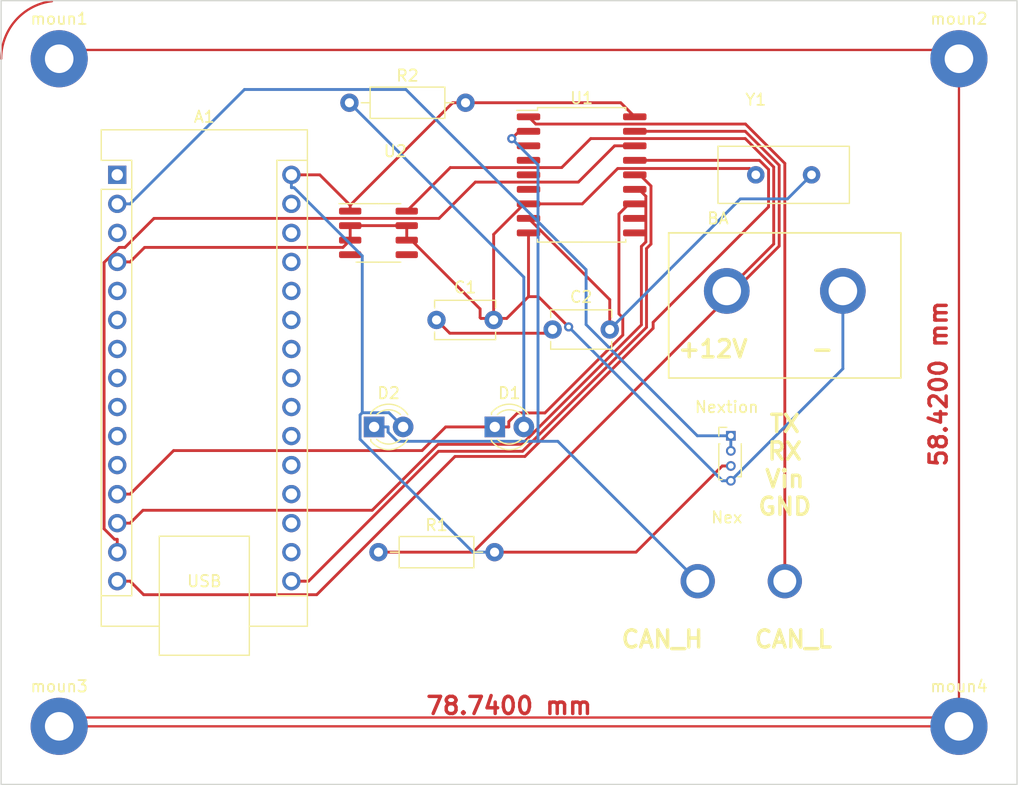
<source format=kicad_pcb>
(kicad_pcb (version 20211014) (generator pcbnew)
  (layers (0 "F.Cu" signal) (31 "B.Cu" signal) (34 "B.Paste" user) (35 "F.Paste" user) (36 "B.SilkS" user "B.Silkscreen") (37 "F.SilkS" user "F.Silkscreen") (38 "B.Mask" user) (39 "F.Mask" user) (44 "Edge.Cuts" user))
  (net 0 "")
  (net 1 "Nex RX")
  (net 2 "Nex TX")
  (net 4 "Vss")
  (net 12 "Net-(A1-Pad12)")
  (net 13 "Net-(A1-Pad13)")
  (net 14 "Net-(A1-Pad14)")
  (net 15 "Net-(A1-Pad15)")
  (net 16 "Net-(A1-Pad16)")
  (net 30 "Vdd")
  (net 31 "Earth")
  (net 32 "Net-(C1-Pad2)")
  (net 33 "Net-(D1-Pad2)")
  (net 34 "Can High")
  (net 35 "Net-(R1-Pad1)")
  (net 36 "Can Low")
  (net 45 "Vin")
  (net 46 "Net-(C2-Pad2)")
  (footprint "MountingHole:MountingHole_2.5mm_Pad" (layer "F.Cu") (at 17.78 17.78)
    (fp_text reference "moun1" (at 0 -3.5) (layer "F.SilkS"))
    (fp_text value "MountingHole_2.5mm_Pad")
    (pad "1" thru_hole circle (at 0 0) (size 5 5) (drill 2.5) (layers *.Cu *.Mask))
  )
  (footprint "Connector:Power Connctor" (layer "F.Cu") (at 76.2 33.02)
    (fp_text reference "BA" (at -0.77 -1.27 unlocked) (layer "F.SilkS"))
    (fp_text value "Power Connctor")
    (pad "1" thru_hole circle (at 0 5.08) (size 4 4) (drill 2.5) (layers *.Cu *.Mask) (net 45 "Vin"))
    (pad "2" thru_hole circle (at 10.16 5.08) (size 4 4) (drill 2.5) (layers *.Cu *.Mask) (net 4 "Vss"))
  )
  (footprint "Capacitor_THT:C_Disc_D5.1mm_W3.2mm_P5.00mm" (layer "F.Cu") (at 50.8 40.64)
    (fp_text reference "C1" (at 2.5 -2.85) (layer "F.SilkS"))
    (fp_text value "CAP")
    (fp_line (start -0.17 1.055) (end -0.17 1.721) (layer "F.SilkS") (width 0.12))
    (fp_line (start -0.17 -1.721) (end -0.17 -1.055) (layer "F.SilkS") (width 0.12))
    (fp_line (start 5.17 -1.721) (end 5.17 -1.055) (layer "F.SilkS") (width 0.12))
    (fp_line (start -0.17 -1.721) (end 5.17 -1.721) (layer "F.SilkS") (width 0.12))
    (fp_line (start -0.17 1.721) (end 5.17 1.721) (layer "F.SilkS") (width 0.12))
    (fp_line (start 5.17 1.055) (end 5.17 1.721) (layer "F.SilkS") (width 0.12))
    (pad "1" thru_hole circle (at 0 0) (size 1.6 1.6) (drill 0.8) (layers *.Cu *.Mask) (net 31 "Earth"))
    (pad "2" thru_hole circle (at 5 0) (size 1.6 1.6) (drill 0.8) (layers *.Cu *.Mask) (net 32 "Net-(C1-Pad2)"))
  )
  (footprint "MountingHole:MountingHole_2.5mm_Pad" (layer "F.Cu") (at 17.78 76.2)
    (fp_text reference "moun3" (at 0 -3.5) (layer "F.SilkS"))
    (fp_text value "MountingHole_2.5mm_Pad")
    (pad "1" thru_hole circle (at 0 0) (size 5 5) (drill 2.5) (layers *.Cu *.Mask))
  )
  (footprint "Connector:Can Connector Maybe" (layer "F.Cu") (at 76.2 58.42)
    (fp_text reference "Nex" (at 0 -0.5 unlocked) (layer "F.SilkS"))
    (fp_text value "Can Connector Maybe")
    (pad "1" thru_hole circle (at -2.54 5.08) (size 3 3) (drill 2) (layers *.Cu *.Mask) (net 34 "Can High"))
    (pad "2" thru_hole circle (at 5.08 5.08) (size 3 3) (drill 2) (layers *.Cu *.Mask) (net 36 "Can Low"))
  )
  (footprint "Module:Arduino_Nano" (layer "F.Cu") (at 22.86 27.94)
    (fp_text reference "A1" (at 7.62 -5.08) (layer "F.SilkS"))
    (fp_text value "Arduino_Nano_v3.x")
    (fp_text user "USB" (at 7.62 35.56 unlocked) (layer "F.SilkS"))
    (fp_line (start 11.56 42.04) (end 3.68 42.04) (layer "F.SilkS") (width 0.12))
    (fp_line (start 1.27 -1.27) (end -1.4 -1.27) (layer "F.SilkS") (width 0.12))
    (fp_line (start 16.64 39.5) (end 16.64 -3.94) (layer "F.SilkS") (width 0.12))
    (fp_line (start 1.27 36.83) (end -1.4 36.83) (layer "F.SilkS") (width 0.12))
    (fp_line (start 3.68 42.04) (end 3.68 31.62) (layer "F.SilkS") (width 0.12))
    (fp_line (start 1.27 1.27) (end 1.27 -1.27) (layer "F.SilkS") (width 0.12))
    (fp_line (start 13.97 -1.27) (end 13.97 36.83) (layer "F.SilkS") (width 0.12))
    (fp_line (start 16.64 -3.94) (end -1.4 -3.94) (layer "F.SilkS") (width 0.12))
    (fp_line (start -1.4 39.5) (end 3.68 39.5) (layer "F.SilkS") (width 0.12))
    (fp_line (start 16.64 39.5) (end 11.56 39.5) (layer "F.SilkS") (width 0.12))
    (fp_line (start 1.27 1.27) (end 1.27 36.83) (layer "F.SilkS") (width 0.12))
    (fp_line (start 1.27 1.27) (end -1.4 1.27) (layer "F.SilkS") (width 0.12))
    (fp_line (start 13.97 36.83) (end 16.64 36.83) (layer "F.SilkS") (width 0.12))
    (fp_line (start 3.68 31.62) (end 11.56 31.62) (layer "F.SilkS") (width 0.12))
    (fp_line (start -1.4 1.27) (end -1.4 39.5) (layer "F.SilkS") (width 0.12))
    (fp_line (start 11.56 31.62) (end 11.56 42.04) (layer "F.SilkS") (width 0.12))
    (fp_line (start 13.97 -1.27) (end 16.64 -1.27) (layer "F.SilkS") (width 0.12))
    (fp_line (start -1.4 -3.94) (end -1.4 -1.27) (layer "F.SilkS") (width 0.12))
    (pad "1" thru_hole rect (at 0 0) (size 1.6 1.6) (drill 1) (layers *.Cu *.Mask) (net 2 "Nex TX"))
    (pad "2" thru_hole oval (at 0 2.54) (size 1.6 1.6) (drill 1) (layers *.Cu *.Mask) (net 1 "Nex RX"))
    (pad "3" thru_hole oval (at 0 5.08) (size 1.6 1.6) (drill 1) (layers *.Cu *.Mask))
    (pad "4" thru_hole oval (at 0 7.62) (size 1.6 1.6) (drill 1) (layers *.Cu *.Mask) (net 4 "Vss"))
    (pad "5" thru_hole oval (at 0 10.16) (size 1.6 1.6) (drill 1) (layers *.Cu *.Mask))
    (pad "6" thru_hole oval (at 0 12.7) (size 1.6 1.6) (drill 1) (layers *.Cu *.Mask))
    (pad "7" thru_hole oval (at 0 15.24) (size 1.6 1.6) (drill 1) (layers *.Cu *.Mask))
    (pad "8" thru_hole oval (at 0 17.78) (size 1.6 1.6) (drill 1) (layers *.Cu *.Mask))
    (pad "9" thru_hole oval (at 0 20.32) (size 1.6 1.6) (drill 1) (layers *.Cu *.Mask))
    (pad "10" thru_hole oval (at 0 22.86) (size 1.6 1.6) (drill 1) (layers *.Cu *.Mask))
    (pad "11" thru_hole oval (at 0 25.4) (size 1.6 1.6) (drill 1) (layers *.Cu *.Mask))
    (pad "12" thru_hole oval (at 0 27.94) (size 1.6 1.6) (drill 1) (layers *.Cu *.Mask) (net 12 "Net-(A1-Pad12)"))
    (pad "13" thru_hole oval (at 0 30.48) (size 1.6 1.6) (drill 1) (layers *.Cu *.Mask) (net 13 "Net-(A1-Pad13)"))
    (pad "14" thru_hole oval (at 0 33.02) (size 1.6 1.6) (drill 1) (layers *.Cu *.Mask) (net 14 "Net-(A1-Pad14)"))
    (pad "15" thru_hole oval (at 0 35.56) (size 1.6 1.6) (drill 1) (layers *.Cu *.Mask) (net 15 "Net-(A1-Pad15)"))
    (pad "16" thru_hole oval (at 15.24 35.56) (size 1.6 1.6) (drill 1) (layers *.Cu *.Mask) (net 16 "Net-(A1-Pad16)"))
    (pad "17" thru_hole oval (at 15.24 33.02) (size 1.6 1.6) (drill 1) (layers *.Cu *.Mask))
    (pad "18" thru_hole oval (at 15.24 30.48) (size 1.6 1.6) (drill 1) (layers *.Cu *.Mask))
    (pad "19" thru_hole oval (at 15.24 27.94) (size 1.6 1.6) (drill 1) (layers *.Cu *.Mask))
    (pad "20" thru_hole oval (at 15.24 25.4) (size 1.6 1.6) (drill 1) (layers *.Cu *.Mask))
    (pad "21" thru_hole oval (at 15.24 22.86) (size 1.6 1.6) (drill 1) (layers *.Cu *.Mask))
    (pad "22" thru_hole oval (at 15.24 20.32) (size 1.6 1.6) (drill 1) (layers *.Cu *.Mask))
    (pad "23" thru_hole oval (at 15.24 17.78) (size 1.6 1.6) (drill 1) (layers *.Cu *.Mask))
    (pad "24" thru_hole oval (at 15.24 15.24) (size 1.6 1.6) (drill 1) (layers *.Cu *.Mask))
    (pad "25" thru_hole oval (at 15.24 12.7) (size 1.6 1.6) (drill 1) (layers *.Cu *.Mask))
    (pad "26" thru_hole oval (at 15.24 10.16) (size 1.6 1.6) (drill 1) (layers *.Cu *.Mask))
    (pad "27" thru_hole oval (at 15.24 7.62) (size 1.6 1.6) (drill 1) (layers *.Cu *.Mask))
    (pad "28" thru_hole oval (at 15.24 5.08) (size 1.6 1.6) (drill 1) (layers *.Cu *.Mask))
    (pad "29" thru_hole oval (at 15.24 2.54) (size 1.6 1.6) (drill 1) (layers *.Cu *.Mask))
    (pad "30" thru_hole oval (at 15.24 0) (size 1.6 1.6) (drill 1) (layers *.Cu *.Mask) (net 30 "Vdd"))
  )
  (footprint "LED_THT:LED_D3.0mm" (layer "F.Cu") (at 55.9 50)
    (fp_text reference "D1" (at 1.27 -2.96) (layer "F.SilkS"))
    (fp_text value "INT Activity")
    (fp_line (start -0.29 -1.236) (end -0.29 -1.08) (layer "F.SilkS") (width 0.12))
    (fp_line (start -0.29 1.08) (end -0.29 1.236) (layer "F.SilkS") (width 0.12))
    (fp_arc (start 0.229039 -1.08) (mid 1.270117 -1.5) (end 2.31113 -1.079837) (layer "F.SilkS") (width 0.12))
    (fp_arc (start 2.942335 1.078608) (mid 1.366487 1.987659) (end -0.29 1.235516) (layer "F.SilkS") (width 0.12))
    (fp_arc (start -0.29 -1.235516) (mid 1.366487 -1.987659) (end 2.942335 -1.078608) (layer "F.SilkS") (width 0.12))
    (fp_arc (start 2.31113 1.079837) (mid 1.270117 1.5) (end 0.229039 1.08) (layer "F.SilkS") (width 0.12))
    (pad "1" thru_hole rect (at 0 0) (size 1.8 1.8) (drill 0.9) (layers *.Cu *.Mask) (net 12 "Net-(A1-Pad12)"))
    (pad "2" thru_hole circle (at 2.54 0) (size 1.8 1.8) (drill 0.9) (layers *.Cu *.Mask) (net 33 "Net-(D1-Pad2)"))
  )
  (footprint "Connector_PinHeader_1.00mm:PinHeader_1x04_P1.00mm_Vertical" (layer "F.Cu") (at 76.2 50.8)
    (fp_text reference "Nextion" (at 0 -2.54) (layer "F.SilkS"))
    (fp_text value "PinHeader_1x04_P200mm_Vertical")
    (fp_line (start 1.27 0.685) (end 1.27 3.56) (layer "F.SilkS") (width 0.12))
    (fp_line (start -0.695 0.685) (end -0.695 3.81) (layer "F.SilkS") (width 0.12))
    (fp_line (start -0.695 0) (end -0.695 -0.685) (layer "F.SilkS") (width 0.12))
    (fp_line (start -0.695 -0.762) (end 0 -0.762) (layer "F.SilkS") (width 0.12))
    (fp_line (start 1.27 0.685) (end 1.27 0.685) (layer "F.SilkS") (width 0.12))
    (fp_line (start 0.969493 3.56) (end 1.27 3.56) (layer "F.SilkS") (width 0.12))
    (fp_line (start -0.695 3.81) (end -0.394493 3.81) (layer "F.SilkS") (width 0.12))
    (fp_line (start -0.695 0.685) (end -0.608276 0.685) (layer "F.SilkS") (width 0.12))
    (pad "2" thru_hole oval (at 0.3556 1.2954) (size 0.85 0.85) (drill 0.5) (layers *.Cu *.Mask) (net 1 "Nex RX"))
    (pad "2" thru_hole rect (at 0.3556 -0.0254) (size 0.85 0.85) (drill 0.5) (layers *.Cu *.Mask) (net 1 "Nex RX"))
    (pad "3" thru_hole oval (at 0.3556 2.6162) (size 0.85 0.85) (drill 0.5) (layers *.Cu *.Mask) (net 30 "Vdd"))
    (pad "4" thru_hole oval (at 0.3556 3.9116) (size 0.85 0.85) (drill 0.5) (layers *.Cu *.Mask) (net 4 "Vss"))
  )
  (footprint "Oscillator:9B-16M" (layer "F.Cu") (at 78.74 27.94)
    (fp_text reference "Y1" (at 0 -6.58 unlocked) (layer "F.SilkS"))
    (fp_text value "16MHz")
    (fp_rect (start -3.31 -2.5) (end 8.19 2.5) (layer "F.SilkS") (width 0.12) (fill none))
    (pad "1" thru_hole circle (at 0 0) (size 1.524 1.524) (drill 0.762) (layers *.Cu *.Mask) (net 32 "Net-(C1-Pad2)"))
    (pad "2" thru_hole circle (at 4.88 0) (size 1.524 1.524) (drill 0.762) (layers *.Cu *.Mask) (net 46 "Net-(C2-Pad2)"))
  )
  (footprint "MountingHole:MountingHole_2.5mm_Pad" (layer "F.Cu") (at 96.52 76.2)
    (fp_text reference "moun4" (at 0 -3.5) (layer "F.SilkS"))
    (fp_text value "MountingHole_2.5mm_Pad")
    (pad "1" thru_hole circle (at 0 0) (size 5 5) (drill 2.5) (layers *.Cu *.Mask))
  )
  (footprint "MountingHole:MountingHole_2.5mm_Pad" (layer "F.Cu") (at 96.52 17.78)
    (fp_text reference "moun2" (at 0 -3.5) (layer "F.SilkS"))
    (fp_text value "MountingHole_2.5mm_Pad")
    (pad "1" thru_hole circle (at 0 0) (size 5 5) (drill 2.5) (layers *.Cu *.Mask))
  )
  (footprint "Package_SO:SOIC-8_3.9x4.9mm_P1.27mm" (layer "F.Cu") (at 45.72 33.02)
    (fp_text reference "U2" (at 1.47 -7.15) (layer "F.SilkS"))
    (fp_text value "LM78L05_SO8")
    (fp_line (start 0 2.56) (end 1.95 2.56) (layer "F.SilkS") (width 0.12))
    (fp_line (start 0 -2.56) (end 1.95 -2.56) (layer "F.SilkS") (width 0.12))
    (fp_line (start 0 -2.56) (end -3.45 -2.56) (layer "F.SilkS") (width 0.12))
    (fp_line (start 0 2.56) (end -1.95 2.56) (layer "F.SilkS") (width 0.12))
    (pad "1" smd roundrect (at -2.475 -1.905) (size 1.95 0.6) (layers "F.Cu" "F.Paste" "F.Mask") (net 30 "Vdd"))
    (pad "2" smd roundrect (at -2.475 -0.635) (size 1.95 0.6) (layers "F.Cu" "F.Paste" "F.Mask") (net 4 "Vss"))
    (pad "3" smd roundrect (at -2.475 0.635) (size 1.95 0.6) (layers "F.Cu" "F.Paste" "F.Mask") (net 4 "Vss"))
    (pad "4" smd roundrect (at -2.475 1.905) (size 1.95 0.6) (layers "F.Cu" "F.Paste" "F.Mask"))
    (pad "5" smd roundrect (at 2.475 1.905) (size 1.95 0.6) (layers "F.Cu" "F.Paste" "F.Mask"))
    (pad "6" smd roundrect (at 2.475 0.635) (size 1.95 0.6) (layers "F.Cu" "F.Paste" "F.Mask") (net 4 "Vss"))
    (pad "7" smd roundrect (at 2.475 -0.635) (size 1.95 0.6) (layers "F.Cu" "F.Paste" "F.Mask") (net 4 "Vss"))
    (pad "8" smd roundrect (at 2.475 -1.905) (size 1.95 0.6) (layers "F.Cu" "F.Paste" "F.Mask") (net 45 "Vin"))
  )
  (footprint "Package_SO:SOIC-18W_7.5x11.6mm_P1.27mm" (layer "F.Cu") (at 63.5 27.94)
    (fp_text reference "U1" (at 0 -6.72) (layer "F.SilkS"))
    (fp_text value "MCP2515-xSO")
    (fp_line (start 0 -5.885) (end -3.86 -5.885) (layer "F.SilkS") (width 0.12))
    (fp_line (start 0 -5.885) (end 3.86 -5.885) (layer "F.SilkS") (width 0.12))
    (fp_line (start 3.86 5.885) (end 3.86 5.64) (layer "F.SilkS") (width 0.12))
    (fp_line (start 0 5.885) (end -3.86 5.885) (layer "F.SilkS") (width 0.12))
    (fp_line (start -3.86 5.885) (end -3.86 5.64) (layer "F.SilkS") (width 0.12))
    (fp_line (start 3.86 -5.885) (end 3.86 -5.64) (layer "F.SilkS") (width 0.12))
    (fp_line (start 0 5.885) (end 3.86 5.885) (layer "F.SilkS") (width 0.12))
    (fp_line (start -3.86 -5.64) (end -5.675 -5.64) (layer "F.SilkS") (width 0.12))
    (fp_line (start -3.86 -5.885) (end -3.86 -5.64) (layer "F.SilkS") (width 0.12))
    (pad "1" smd roundrect (at -4.65 -5.08) (size 2.05 0.6) (layers "F.Cu" "F.Paste" "F.Mask") (net 36 "Can Low"))
    (pad "2" smd roundrect (at -4.65 -3.81) (size 2.05 0.6) (layers "F.Cu" "F.Paste" "F.Mask") (net 34 "Can High"))
    (pad "3" smd roundrect (at -4.65 -2.54) (size 2.05 0.6) (layers "F.Cu" "F.Paste" "F.Mask"))
    (pad "4" smd roundrect (at -4.65 -1.27) (size 2.05 0.6) (layers "F.Cu" "F.Paste" "F.Mask"))
    (pad "5" smd roundrect (at -4.65 0) (size 2.05 0.6) (layers "F.Cu" "F.Paste" "F.Mask"))
    (pad "6" smd roundrect (at -4.65 1.27) (size 2.05 0.6) (layers "F.Cu" "F.Paste" "F.Mask"))
    (pad "7" smd roundrect (at -4.65 2.54) (size 2.05 0.6) (layers "F.Cu" "F.Paste" "F.Mask") (net 32 "Net-(C1-Pad2)"))
    (pad "8" smd roundrect (at -4.65 3.81) (size 2.05 0.6) (layers "F.Cu" "F.Paste" "F.Mask") (net 46 "Net-(C2-Pad2)"))
    (pad "9" smd roundrect (at -4.65 5.08) (size 2.05 0.6) (layers "F.Cu" "F.Paste" "F.Mask") (net 4 "Vss"))
    (pad "10" smd roundrect (at 4.65 5.08) (size 2.05 0.6) (layers "F.Cu" "F.Paste" "F.Mask"))
    (pad "11" smd roundrect (at 4.65 3.81) (size 2.05 0.6) (layers "F.Cu" "F.Paste" "F.Mask"))
    (pad "12" smd roundrect (at 4.65 2.54) (size 2.05 0.6) (layers "F.Cu" "F.Paste" "F.Mask") (net 12 "Net-(A1-Pad12)"))
    (pad "13" smd roundrect (at 4.65 1.27) (size 2.05 0.6) (layers "F.Cu" "F.Paste" "F.Mask") (net 13 "Net-(A1-Pad13)"))
    (pad "14" smd roundrect (at 4.65 0) (size 2.05 0.6) (layers "F.Cu" "F.Paste" "F.Mask") (net 16 "Net-(A1-Pad16)"))
    (pad "15" smd roundrect (at 4.65 -1.27) (size 2.05 0.6) (layers "F.Cu" "F.Paste" "F.Mask") (net 15 "Net-(A1-Pad15)"))
    (pad "16" smd roundrect (at 4.65 -2.54) (size 2.05 0.6) (layers "F.Cu" "F.Paste" "F.Mask") (net 14 "Net-(A1-Pad14)"))
    (pad "17" smd roundrect (at 4.65 -3.81) (size 2.05 0.6) (layers "F.Cu" "F.Paste" "F.Mask") (net 35 "Net-(R1-Pad1)"))
    (pad "18" smd roundrect (at 4.65 -5.08) (size 2.05 0.6) (layers "F.Cu" "F.Paste" "F.Mask") (net 30 "Vdd"))
  )
  (footprint "Capacitor_THT:C_Disc_D5.1mm_W3.2mm_P5.00mm" (layer "F.Cu") (at 60.96 41.475)
    (fp_text reference "C2" (at 2.5 -2.85) (layer "F.SilkS"))
    (fp_text value "CAP")
    (fp_line (start -0.17 1.721) (end 5.17 1.721) (layer "F.SilkS") (width 0.12))
    (fp_line (start 5.17 1.055) (end 5.17 1.721) (layer "F.SilkS") (width 0.12))
    (fp_line (start -0.17 1.055) (end -0.17 1.721) (layer "F.SilkS") (width 0.12))
    (fp_line (start -0.17 -1.721) (end 5.17 -1.721) (layer "F.SilkS") (width 0.12))
    (fp_line (start 5.17 -1.721) (end 5.17 -1.055) (layer "F.SilkS") (width 0.12))
    (fp_line (start -0.17 -1.721) (end -0.17 -1.055) (layer "F.SilkS") (width 0.12))
    (pad "1" thru_hole circle (at 0 0) (size 1.6 1.6) (drill 0.8) (layers *.Cu *.Mask) (net 31 "Earth"))
    (pad "2" thru_hole circle (at 5 0) (size 1.6 1.6) (drill 0.8) (layers *.Cu *.Mask) (net 46 "Net-(C2-Pad2)"))
  )
  (footprint "Resistor_THT:R_Axial_DIN0207_L6.3mm_D2.5mm_P10.16mm_Horizontal" (layer "F.Cu") (at 43.18 21.63)
    (fp_text reference "R2" (at 5.08 -2.37) (layer "F.SilkS"))
    (fp_text value "220")
    (fp_line (start 1.04 0) (end 1.81 0) (layer "F.SilkS") (width 0.12))
    (fp_line (start 9.12 0) (end 8.35 0) (layer "F.SilkS") (width 0.12))
    (fp_line (start 1.81 -1.37) (end 1.81 1.37) (layer "F.SilkS") (width 0.12))
    (fp_line (start 1.81 1.37) (end 8.35 1.37) (layer "F.SilkS") (width 0.12))
    (fp_line (start 8.35 1.37) (end 8.35 -1.37) (layer "F.SilkS") (width 0.12))
    (fp_line (start 8.35 -1.37) (end 1.81 -1.37) (layer "F.SilkS") (width 0.12))
    (pad "1" thru_hole circle (at 0 0) (size 1.6 1.6) (drill 0.8) (layers *.Cu *.Mask) (net 33 "Net-(D1-Pad2)"))
    (pad "2" thru_hole oval (at 10.16 0) (size 1.6 1.6) (drill 0.8) (layers *.Cu *.Mask) (net 30 "Vdd"))
  )
  (footprint "Resistor_THT:R_Axial_DIN0207_L6.3mm_D2.5mm_P10.16mm_Horizontal" (layer "F.Cu") (at 45.72 60.96)
    (fp_text reference "R1" (at 5.08 -2.37) (layer "F.SilkS"))
    (fp_text value "10k")
    (fp_line (start 1.81 1.37) (end 8.35 1.37) (layer "F.SilkS") (width 0.12))
    (fp_line (start 8.35 1.37) (end 8.35 -1.37) (layer "F.SilkS") (width 0.12))
    (fp_line (start 1.81 -1.37) (end 1.81 1.37) (layer "F.SilkS") (width 0.12))
    (fp_line (start 9.12 0) (end 8.35 0) (layer "F.SilkS") (width 0.12))
    (fp_line (start 1.04 0) (end 1.81 0) (layer "F.SilkS") (width 0.12))
    (fp_line (start 8.35 -1.37) (end 1.81 -1.37) (layer "F.SilkS") (width 0.12))
    (pad "1" thru_hole circle (at 0 0) (size 1.6 1.6) (drill 0.8) (layers *.Cu *.Mask) (net 35 "Net-(R1-Pad1)"))
    (pad "2" thru_hole oval (at 10.16 0) (size 1.6 1.6) (drill 0.8) (layers *.Cu *.Mask) (net 30 "Vdd"))
  )
  (footprint "LED_THT:LED_D3.0mm" (layer "F.Cu") (at 45.3379 50)
    (fp_text reference "D2" (at 1.27 -2.96) (layer "F.SilkS"))
    (fp_text value "CAN Activity")
    (fp_line (start -0.29 1.08) (end -0.29 1.236) (layer "F.SilkS") (width 0.12))
    (fp_line (start -0.29 -1.236) (end -0.29 -1.08) (layer "F.SilkS") (width 0.12))
    (fp_arc (start 0.229039 -1.08) (mid 1.270117 -1.5) (end 2.31113 -1.079837) (layer "F.SilkS") (width 0.12))
    (fp_arc (start 2.31113 1.079837) (mid 1.270117 1.5) (end 0.229039 1.08) (layer "F.SilkS") (width 0.12))
    (fp_arc (start 2.942335 1.078608) (mid 1.366487 1.987659) (end -0.29 1.235516) (layer "F.SilkS") (width 0.12))
    (fp_arc (start -0.29 -1.235516) (mid 1.366487 -1.987659) (end 2.942335 -1.078608) (layer "F.SilkS") (width 0.12))
    (pad "1" thru_hole rect (at 0 0) (size 1.8 1.8) (drill 0.9) (layers *.Cu *.Mask) (net 34 "Can High"))
    (pad "2" thru_hole circle (at 2.54 0) (size 1.8 1.8) (drill 0.9) (layers *.Cu *.Mask) (net 30 "Vdd"))
  )
  (gr_arc (start 12.7 17.78) (mid 13.971635 14.418043) (end 17.149904 12.739228) (layer "F.Cu") (width 0.2))
  (gr_rect (start 91.44 45.72) (end 71.12 33.02) (layer "F.SilkS") (width 0.15) (fill none))
  (gr_line (start 12.7 81.28) (end 101.6 81.28) (layer "Edge.Cuts") (width 0.1))
  (gr_line (start 101.6 12.7) (end 12.7 12.7) (layer "Edge.Cuts") (width 0.1))
  (gr_line (start 101.6 81.28) (end 101.6 12.7) (layer "Edge.Cuts") (width 0.1))
  (gr_line (start 12.7 12.7) (end 12.7 81.28) (layer "Edge.Cuts") (width 0.1))
  (gr_text "TX\nRX\nVin\nGND" (at 81.28 53.34) (layer "F.SilkS") (effects (font (size 1.5 1.5) (thickness 0.3))))
  (gr_text "+12V	-" (at 78.74 43.18) (layer "F.SilkS") (effects (font (size 1.5 1.5) (thickness 0.3))))
  (gr_text "CAN_H	CAN_L\n" (at 76.2 68.58) (layer "F.SilkS") (effects (font (size 1.5 1.5) (thickness 0.3))))
  (dimension (type aligned) (layer "F.Cu") (pts (xy 96.52 76.2) (xy 17.78 76.2)) (height 0) (gr_text "78.7400 mm" (at 57.15 74.4) (layer "F.Cu") (effects (font (size 1.5 1.5) (thickness 0.3)))) (format (units 3) (units_format 1) (precision 4)) (style (thickness 0.2) (arrow_length 1.27) (text_position_mode 0) (extension_height 0.58642) (extension_offset 0.5) keep_text_aligned))
  (dimension (type aligned) (layer "F.Cu") (pts (xy 17.78 17.01) (xy 17.78 75.43)) (height -78.74) (gr_text "58.4200 mm" (at 94.72 46.22 90) (layer "F.Cu") (effects (font (size 1.5 1.5) (thickness 0.3)))) (format (units 3) (units_format 1) (precision 4)) (style (thickness 0.2) (arrow_length 1.27) (text_position_mode 0) (extension_height 0.58642) (extension_offset 0.5) keep_text_aligned))
  (segment (start 73.6226 50.7746) (end 63.8899 41.0419) (width 0.25) (layer "B.Cu") (net 1))
  (segment (start 76.5556 50.7746) (end 73.6226 50.7746) (width 0.25) (layer "B.Cu") (net 1))
  (segment (start 63.8899 36.2411) (end 48.1193 20.4705) (width 0.25) (layer "B.Cu") (net 1))
  (segment (start 76.5556 52.0954) (end 76.5556 50.7746) (width 0.25) (layer "B.Cu") (net 1))
  (segment (start 63.8899 41.0419) (end 63.8899 36.2411) (width 0.25) (layer "B.Cu") (net 1))
  (segment (start 22.86 30.48) (end 23.9851 30.48) (width 0.25) (layer "B.Cu") (net 1))
  (segment (start 33.9946 20.4705) (end 23.9851 30.48) (width 0.25) (layer "B.Cu") (net 1))
  (segment (start 48.1193 20.4705) (end 33.9946 20.4705) (width 0.25) (layer "B.Cu") (net 1))
  (segment (start 54.6149 40.4313) (end 54.6149 39.6746) (width 0.25) (layer "F.Cu") (net 4))
  (segment (start 59.713 38.5988) (end 62.361 41.2468) (width 0.25) (layer "F.Cu") (net 4))
  (segment (start 58.85 33.02) (end 58.85 38.5988) (width 0.25) (layer "F.Cu") (net 4))
  (segment (start 42.61 34.29) (end 43.245 33.655) (width 0.25) (layer "F.Cu") (net 4))
  (segment (start 22.86 35.56) (end 23.9851 35.56) (width 0.25) (layer "F.Cu") (net 4))
  (segment (start 43.245 33.655) (end 43.245 32.385) (width 0.25) (layer "F.Cu") (net 4))
  (segment (start 58.85 38.5988) (end 59.713 38.5988) (width 0.25) (layer "F.Cu") (net 4))
  (segment (start 43.245 32.385) (end 48.195 32.385) (width 0.25) (layer "F.Cu") (net 4))
  (segment (start 23.9851 35.56) (end 25.2551 34.29) (width 0.25) (layer "F.Cu") (net 4))
  (segment (start 56.9444 40.5044) (end 54.688 40.5044) (width 0.25) (layer "F.Cu") (net 4))
  (segment (start 48.5953 33.655) (end 48.195 33.655) (width 0.25) (layer "F.Cu") (net 4))
  (segment (start 48.195 32.385) (end 48.195 33.655) (width 0.25) (layer "F.Cu") (net 4))
  (segment (start 25.2551 34.29) (end 42.61 34.29) (width 0.25) (layer "F.Cu") (net 4))
  (segment (start 54.6149 39.6746) (end 48.5953 33.655) (width 0.25) (layer "F.Cu") (net 4))
  (segment (start 58.85 38.5988) (end 56.9444 40.5044) (width 0.25) (layer "F.Cu") (net 4))
  (segment (start 54.688 40.5044) (end 54.6149 40.4313) (width 0.25) (layer "F.Cu") (net 4))
  (via (at 62.361 41.2468) (size 0.8) (drill 0.4) (layers "F.Cu" "B.Cu") (net 4))
  (segment (start 75.8055 54.6913) (end 75.8055 54.7116) (width 0.25) (layer "B.Cu") (net 4))
  (segment (start 86.36 44.9072) (end 76.5556 54.7116) (width 0.25) (layer "B.Cu") (net 4))
  (segment (start 86.36 38.1) (end 86.36 44.9072) (width 0.25) (layer "B.Cu") (net 4))
  (segment (start 76.5556 54.7116) (end 75.8055 54.7116) (width 0.25) (layer "B.Cu") (net 4))
  (segment (start 62.361 41.2468) (end 75.8055 54.6913) (width 0.25) (layer "B.Cu") (net 4))
  (segment (start 55.9 50) (end 51.6025 50) (width 0.25) (layer "F.Cu") (net 12))
  (segment (start 57.1251 49.5405) (end 57.1251 50) (width 0.25) (layer "F.Cu") (net 12))
  (segment (start 68.15 30.48) (end 67.6434 30.48) (width 0.25) (layer "F.Cu") (net 12))
  (segment (start 57.8907 48.7749) (end 57.1251 49.5405) (width 0.25) (layer "F.Cu") (net 12))
  (segment (start 66.7643 31.3591) (end 66.7643 40.1092) (width 0.25) (layer "F.Cu") (net 12))
  (segment (start 67.1007 40.4456) (end 67.1007 41.9608) (width 0.25) (layer "F.Cu") (net 12))
  (segment (start 51.6025 50) (end 49.5325 52.07) (width 0.25) (layer "F.Cu") (net 12))
  (segment (start 67.1007 41.9608) (end 60.2866 48.7749) (width 0.25) (layer "F.Cu") (net 12))
  (segment (start 27.7951 52.07) (end 23.9851 55.88) (width 0.25) (layer "F.Cu") (net 12))
  (segment (start 55.9 50) (end 57.1251 50) (width 0.25) (layer "F.Cu") (net 12))
  (segment (start 66.7643 40.1092) (end 67.1007 40.4456) (width 0.25) (layer "F.Cu") (net 12))
  (segment (start 67.6434 30.48) (end 66.7643 31.3591) (width 0.25) (layer "F.Cu") (net 12))
  (segment (start 60.2866 48.7749) (end 57.8907 48.7749) (width 0.25) (layer "F.Cu") (net 12))
  (segment (start 22.86 55.88) (end 23.9851 55.88) (width 0.25) (layer "F.Cu") (net 12))
  (segment (start 49.5325 52.07) (end 27.7951 52.07) (width 0.25) (layer "F.Cu") (net 12))
  (segment (start 69.1179 29.8088) (end 68.5191 29.21) (width 0.25) (layer "F.Cu") (net 13))
  (segment (start 50.9396 51.5243) (end 58.2749 51.5243) (width 0.25) (layer "F.Cu") (net 13))
  (segment (start 68.7277 41.0715) (end 68.7277 34.2011) (width 0.25) (layer "F.Cu") (net 13))
  (segment (start 68.7277 34.2011) (end 69.1179 33.8109) (width 0.25) (layer "F.Cu") (net 13))
  (segment (start 68.5191 29.21) (end 68.15 29.21) (width 0.25) (layer "F.Cu") (net 13))
  (segment (start 45.169 57.2949) (end 50.9396 51.5243) (width 0.25) (layer "F.Cu") (net 13))
  (segment (start 25.1102 57.2949) (end 45.169 57.2949) (width 0.25) (layer "F.Cu") (net 13))
  (segment (start 58.2749 51.5243) (end 68.7277 41.0715) (width 0.25) (layer "F.Cu") (net 13))
  (segment (start 23.9851 58.42) (end 25.1102 57.2949) (width 0.25) (layer "F.Cu") (net 13))
  (segment (start 22.86 58.42) (end 23.9851 58.42) (width 0.25) (layer "F.Cu") (net 13))
  (segment (start 69.1179 33.8109) (end 69.1179 29.8088) (width 0.25) (layer "F.Cu") (net 13))
  (segment (start 21.7105 58.9186) (end 21.7105 35.6081) (width 0.25) (layer "F.Cu") (net 14))
  (segment (start 22.86 59.8349) (end 22.6268 59.8349) (width 0.25) (layer "F.Cu") (net 14))
  (segment (start 51.0211 31.75) (end 54.1961 28.575) (width 0.25) (layer "F.Cu") (net 14))
  (segment (start 63.2091 28.575) (end 66.3841 25.4) (width 0.25) (layer "F.Cu") (net 14))
  (segment (start 66.3841 25.4) (end 68.15 25.4) (width 0.25) (layer "F.Cu") (net 14))
  (segment (start 21.7105 35.6081) (end 23.0286 34.29) (width 0.25) (layer "F.Cu") (net 14))
  (segment (start 23.0286 34.29) (end 23.535 34.29) (width 0.25) (layer "F.Cu") (net 14))
  (segment (start 54.1961 28.575) (end 63.2091 28.575) (width 0.25) (layer "F.Cu") (net 14))
  (segment (start 22.6268 59.8349) (end 21.7105 58.9186) (width 0.25) (layer "F.Cu") (net 14))
  (segment (start 22.86 60.96) (end 22.86 59.8349) (width 0.25) (layer "F.Cu") (net 14))
  (segment (start 23.535 34.29) (end 26.075 31.75) (width 0.25) (layer "F.Cu") (net 14))
  (segment (start 26.075 31.75) (end 51.0211 31.75) (width 0.25) (layer "F.Cu") (net 14))
  (segment (start 22.86 63.5) (end 23.9851 63.5) (width 0.25) (layer "F.Cu") (net 15))
  (segment (start 52.4163 52.5838) (end 40.3188 64.6813) (width 0.25) (layer "F.Cu") (net 15))
  (segment (start 25.1664 64.6813) (end 23.9851 63.5) (width 0.25) (layer "F.Cu") (net 15))
  (segment (start 79.0609 26.67) (end 79.8575 27.4666) (width 0.25) (layer "F.Cu") (net 15))
  (segment (start 69.7574 40.8432) (end 69.7574 41.3624) (width 0.25) (layer "F.Cu") (net 15))
  (segment (start 79.8575 27.4666) (end 79.8575 30.7431) (width 0.25) (layer "F.Cu") (net 15))
  (segment (start 79.8575 30.7431) (end 69.7574 40.8432) (width 0.25) (layer "F.Cu") (net 15))
  (segment (start 58.536 52.5838) (end 52.4163 52.5838) (width 0.25) (layer "F.Cu") (net 15))
  (segment (start 68.15 26.67) (end 79.0609 26.67) (width 0.25) (layer "F.Cu") (net 15))
  (segment (start 69.7574 41.3624) (end 58.536 52.5838) (width 0.25) (layer "F.Cu") (net 15))
  (segment (start 40.3188 64.6813) (end 25.1664 64.6813) (width 0.25) (layer "F.Cu") (net 15))
  (segment (start 39.2251 63.5) (end 39.6006 63.5) (width 0.25) (layer "F.Cu") (net 16))
  (segment (start 58.3222 52.1337) (end 69.1779 41.278) (width 0.25) (layer "F.Cu") (net 16))
  (segment (start 39.6006 63.5) (end 50.9669 52.1337) (width 0.25) (layer "F.Cu") (net 16))
  (segment (start 38.1 63.5) (end 39.2251 63.5) (width 0.25) (layer "F.Cu") (net 16))
  (segment (start 50.9669 52.1337) (end 58.3222 52.1337) (width 0.25) (layer "F.Cu") (net 16))
  (segment (start 69.1779 34.3876) (end 69.568 33.9975) (width 0.25) (layer "F.Cu") (net 16))
  (segment (start 69.568 33.9975) (end 69.568 28.9156) (width 0.25) (layer "F.Cu") (net 16))
  (segment (start 68.5924 27.94) (end 68.15 27.94) (width 0.25) (layer "F.Cu") (net 16))
  (segment (start 69.568 28.9156) (end 68.5924 27.94) (width 0.25) (layer "F.Cu") (net 16))
  (segment (start 69.1779 41.278) (end 69.1779 34.3876) (width 0.25) (layer "F.Cu") (net 16))
  (segment (start 43.245 30.5999) (end 43.245 31.115) (width 0.25) (layer "F.Cu") (net 30))
  (segment (start 76.5556 53.4162) (end 75.8055 53.4162) (width 0.25) (layer "F.Cu") (net 30))
  (segment (start 38.1 27.94) (end 40.5851 27.94) (width 0.25) (layer "F.Cu") (net 30))
  (segment (start 68.2617 60.96) (end 75.8055 53.4162) (width 0.25) (layer "F.Cu") (net 30))
  (segment (start 55.88 60.96) (end 68.2617 60.96) (width 0.25) (layer "F.Cu") (net 30))
  (segment (start 40.5851 27.94) (end 43.245 30.5999) (width 0.25) (layer "F.Cu") (net 30))
  (segment (start 68.15 22.86) (end 66.92 21.63) (width 0.25) (layer "F.Cu") (net 30))
  (segment (start 53.34 21.63) (end 52.2149 21.63) (width 0.25) (layer "F.Cu") (net 30))
  (segment (start 52.2149 21.63) (end 43.245 30.5999) (width 0.25) (layer "F.Cu") (net 30))
  (segment (start 66.92 21.63) (end 53.34 21.63) (width 0.25) (layer "F.Cu") (net 30))
  (segment (start 46.6348 48.7569) (end 44.301 48.7569) (width 0.25) (layer "B.Cu") (net 30))
  (segment (start 38.1 27.94) (end 38.1 29.0651) (width 0.25) (layer "B.Cu") (net 30))
  (segment (start 47.8779 50) (end 46.6348 48.7569) (width 0.25) (layer "B.Cu") (net 30))
  (segment (start 44.1127 51.0846) (end 53.9881 60.96) (width 0.25) (layer "B.Cu") (net 30))
  (segment (start 38.1 29.0651) (end 38.3331 29.0651) (width 0.25) (layer "B.Cu") (net 30))
  (segment (start 38.3331 29.0651) (end 44.301 35.033) (width 0.25) (layer "B.Cu") (net 30))
  (segment (start 44.301 35.033) (end 44.301 48.7569) (width 0.25) (layer "B.Cu") (net 30))
  (segment (start 53.9881 60.96) (end 55.88 60.96) (width 0.25) (layer "B.Cu") (net 30))
  (segment (start 44.1127 48.9452) (end 44.1127 51.0846) (width 0.25) (layer "B.Cu") (net 30))
  (segment (start 44.301 48.7569) (end 44.1127 48.9452) (width 0.25) (layer "B.Cu") (net 30))
  (segment (start 60.635 41.8) (end 60.96 41.475) (width 0.25) (layer "F.Cu") (net 31))
  (segment (start 50.8 40.64) (end 51.96 41.8) (width 0.25) (layer "F.Cu") (net 31))
  (segment (start 51.96 41.8) (end 60.635 41.8) (width 0.25) (layer "F.Cu") (net 31))
  (segment (start 58.4701 30.48) (end 55.8 33.1501) (width 0.25) (layer "F.Cu") (net 32))
  (segment (start 66.6575 27.3845) (end 78.1845 27.3845) (width 0.25) (layer "F.Cu") (net 32))
  (segment (start 63.562 30.48) (end 66.6575 27.3845) (width 0.25) (layer "F.Cu") (net 32))
  (segment (start 78.1845 27.3845) (end 78.74 27.94) (width 0.25) (layer "F.Cu") (net 32))
  (segment (start 58.85 30.48) (end 58.4701 30.48) (width 0.25) (layer "F.Cu") (net 32))
  (segment (start 58.85 30.48) (end 63.562 30.48) (width 0.25) (layer "F.Cu") (net 32))
  (segment (start 55.8 33.1501) (end 55.8 40.64) (width 0.25) (layer "F.Cu") (net 32))
  (segment (start 58.44 36.89) (end 58.44 50) (width 0.25) (layer "B.Cu") (net 33))
  (segment (start 43.18 21.63) (end 58.44 36.89) (width 0.25) (layer "B.Cu") (net 33))
  (segment (start 58.0281 24.13) (end 58.85 24.13) (width 0.25) (layer "F.Cu") (net 34))
  (segment (start 57.3861 24.772) (end 58.0281 24.13) (width 0.25) (layer "F.Cu") (net 34))
  (via (at 57.3861 24.772) (size 0.8) (drill 0.4) (layers "F.Cu" "B.Cu") (net 34))
  (segment (start 46.563 50.4594) (end 47.3617 51.2581) (width 0.25) (layer "B.Cu") (net 34))
  (segment (start 47.3617 51.2581) (end 59.6818 51.2581) (width 0.25) (layer "B.Cu") (net 34))
  (segment (start 59.6818 27.0677) (end 57.3861 24.772) (width 0.25) (layer "B.Cu") (net 34))
  (segment (start 46.563 50) (end 46.563 50.4594) (width 0.25) (layer "B.Cu") (net 34))
  (segment (start 59.6818 51.2581) (end 59.6818 27.0677) (width 0.25) (layer "B.Cu") (net 34))
  (segment (start 45.3379 50) (end 46.563 50) (width 0.25) (layer "B.Cu") (net 34))
  (segment (start 59.6818 51.2581) (end 61.4181 51.2581) (width 0.25) (layer "B.Cu") (net 34))
  (segment (start 61.4181 51.2581) (end 73.66 63.5) (width 0.25) (layer "B.Cu") (net 34))
  (segment (start 80.7874 27.0999) (end 80.7874 34.175) (width 0.25) (layer "F.Cu") (net 35))
  (segment (start 77.8175 24.13) (end 80.7874 27.0999) (width 0.25) (layer "F.Cu") (net 35))
  (segment (start 68.15 24.13) (end 77.8175 24.13) (width 0.25) (layer "F.Cu") (net 35))
  (segment (start 54.0024 60.96) (end 45.72 60.96) (width 0.25) (layer "F.Cu") (net 35))
  (segment (start 80.7874 34.175) (end 54.0024 60.96) (width 0.25) (layer "F.Cu") (net 35))
  (segment (start 58.85 22.86) (end 59.485 23.495) (width 0.25) (layer "F.Cu") (net 36))
  (segment (start 59.485 23.495) (end 77.8381 23.495) (width 0.25) (layer "F.Cu") (net 36))
  (segment (start 77.8381 23.495) (end 81.28 26.9369) (width 0.25) (layer "F.Cu") (net 36))
  (segment (start 81.28 26.9369) (end 81.28 63.5) (width 0.25) (layer "F.Cu") (net 36))
  (segment (start 52.005 27.305) (end 61.7555 27.305) (width 0.25) (layer "F.Cu") (net 45))
  (segment (start 80.3077 27.2569) (end 80.3077 33.9923) (width 0.25) (layer "F.Cu") (net 45))
  (segment (start 77.8158 24.765) (end 80.3077 27.2569) (width 0.25) (layer "F.Cu") (net 45))
  (segment (start 48.195 31.115) (end 52.005 27.305) (width 0.25) (layer "F.Cu") (net 45))
  (segment (start 64.2955 24.765) (end 77.8158 24.765) (width 0.25) (layer "F.Cu") (net 45))
  (segment (start 61.7555 27.305) (end 64.2955 24.765) (width 0.25) (layer "F.Cu") (net 45))
  (segment (start 80.3077 33.9923) (end 76.2 38.1) (width 0.25) (layer "F.Cu") (net 45))
  (segment (start 65.96 41.475) (end 65.96 38.86) (width 0.25) (layer "F.Cu") (net 46))
  (segment (start 65.96 38.86) (end 58.85 31.75) (width 0.25) (layer "F.Cu") (net 46))
  (segment (start 65.96 41.475) (end 77.3915 30.0435) (width 0.25) (layer "B.Cu") (net 46))
  (segment (start 77.3915 30.0435) (end 81.5165 30.0435) (width 0.25) (layer "B.Cu") (net 46))
  (segment (start 81.5165 30.0435) (end 83.62 27.94) (width 0.25) (layer "B.Cu") (net 46))
)
</source>
